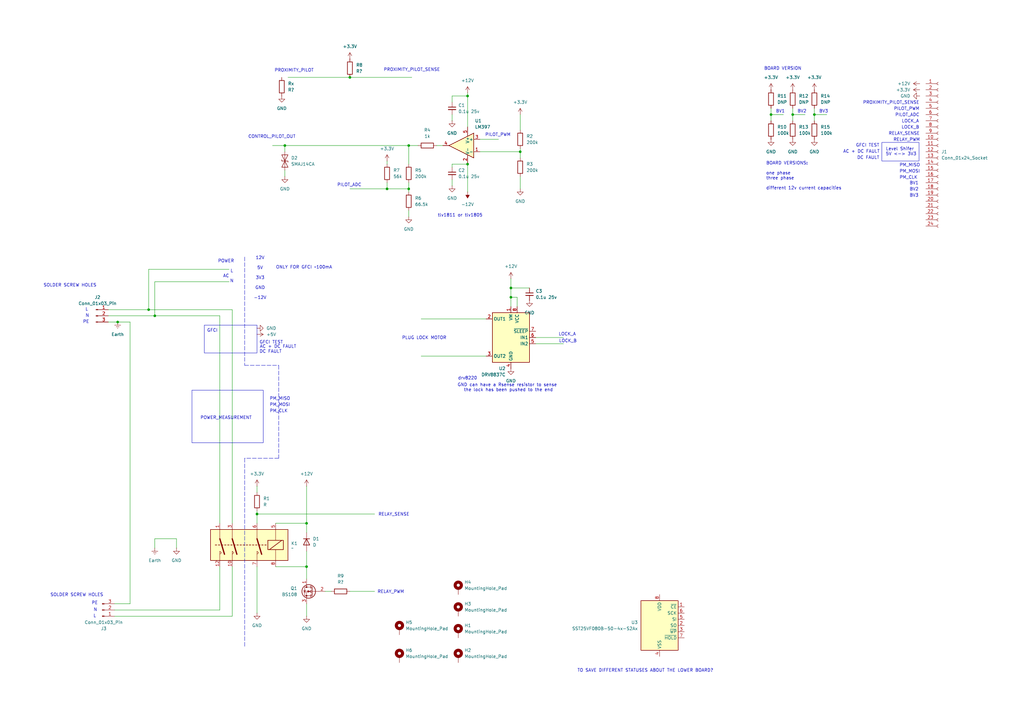
<source format=kicad_sch>
(kicad_sch (version 20231120) (generator "eeschema") (generator_version "8.0")
  (paper "A3")
  (title_block (title "EVSE") (date "2024-05-31") (rev "1") (company "BlueDot d.o.o."))
  (lib_symbols
    (symbol "Comparator:LM397" (pin_names (offset 0.127))
      (property "Reference" "U" (at 1.27 5.08 0))
      (property "Value" "LM397" (at 3.81 -5.08 0))
      (symbol "LM397_0_1"
        (polyline (pts (xy -5.08 5.08) (xy 5.08 0) (xy -5.08 -5.08) (xy -5.08 5.08)) (stroke (width 0.254)) (fill (type background)))
      )
      (symbol "LM397_1_1"
        (pin input line (at -7.62 -2.54 0) (length 2.54) (name "-") (number "1"))
        (pin power_in line (at -2.54 -7.62 90) (length 3.81) (name "V-") (number "2"))
        (pin input line (at -7.62 2.54 0) (length 2.54) (name "+") (number "3"))
        (pin open_collector line (at 7.62 0 180) (length 2.54) (name "~") (number "4"))
        (pin power_in line (at -2.54 7.62 270) (length 3.81) (name "V+") (number "5"))
      )
    )
    (symbol "Connector:Conn_01x03_Pin" (pin_names (offset 1.016) hide)
      (property "Reference" "J" (at 0 5.08 0))
      (property "Value" "Conn_01x03_Pin" (at 0 -5.08 0))
      (symbol "Conn_01x03_Pin_1_1"
        (polyline (pts (xy 1.27 -2.54) (xy 0.8636 -2.54)) (stroke (width 0.1524)))
        (polyline (pts (xy 1.27 0) (xy 0.8636 0)) (stroke (width 0.1524)))
        (polyline (pts (xy 1.27 2.54) (xy 0.8636 2.54)) (stroke (width 0.1524)))
        (rectangle (start 0.8636 -2.413) (end 0 -2.667) (stroke (width 0.1524)) (fill (type outline)))
        (rectangle (start 0.8636 0.127) (end 0 -0.127) (stroke (width 0.1524)) (fill (type outline)))
        (rectangle (start 0.8636 2.667) (end 0 2.413) (stroke (width 0.1524)) (fill (type outline)))
        (pin passive line (at 5.08 2.54 180) (length 3.81) (name "Pin_1") (number "1"))
        (pin passive line (at 5.08 0 180) (length 3.81) (name "Pin_2") (number "2"))
        (pin passive line (at 5.08 -2.54 180) (length 3.81) (name "Pin_3") (number "3"))
      )
    )
    (symbol "Connector:Conn_01x24_Socket" (pin_names (offset 1.016) hide)
      (property "Reference" "J" (at 0 30.48 0))
      (property "Value" "Conn_01x24_Socket" (at 0 -33.02 0))
      (symbol "Conn_01x24_Socket_1_1"
        (arc (start 0 -29.972) (mid -0.5058 -30.48) (end 0 -30.988) (stroke (width 0.1524)))
        (arc (start 0 -27.432) (mid -0.5058 -27.94) (end 0 -28.448) (stroke (width 0.1524)))
        (arc (start 0 -24.892) (mid -0.5058 -25.4) (end 0 -25.908) (stroke (width 0.1524)))
        (arc (start 0 -22.352) (mid -0.5058 -22.86) (end 0 -23.368) (stroke (width 0.1524)))
        (arc (start 0 -19.812) (mid -0.5058 -20.32) (end 0 -20.828) (stroke (width 0.1524)))
        (arc (start 0 -17.272) (mid -0.5058 -17.78) (end 0 -18.288) (stroke (width 0.1524)))
        (arc (start 0 -14.732) (mid -0.5058 -15.24) (end 0 -15.748) (stroke (width 0.1524)))
        (arc (start 0 -12.192) (mid -0.5058 -12.7) (end 0 -13.208) (stroke (width 0.1524)))
        (arc (start 0 -9.652) (mid -0.5058 -10.16) (end 0 -10.668) (stroke (width 0.1524)))
        (arc (start 0 -7.112) (mid -0.5058 -7.62) (end 0 -8.128) (stroke (width 0.1524)))
        (arc (start 0 -4.572) (mid -0.5058 -5.08) (end 0 -5.588) (stroke (width 0.1524)))
        (arc (start 0 -2.032) (mid -0.5058 -2.54) (end 0 -3.048) (stroke (width 0.1524)))
        (polyline (pts (xy -1.27 -30.48) (xy -0.508 -30.48)) (stroke (width 0.1524)))
        (polyline (pts (xy -1.27 -27.94) (xy -0.508 -27.94)) (stroke (width 0.1524)))
        (polyline (pts (xy -1.27 -25.4) (xy -0.508 -25.4)) (stroke (width 0.1524)))
        (polyline (pts (xy -1.27 -22.86) (xy -0.508 -22.86)) (stroke (width 0.1524)))
        (polyline (pts (xy -1.27 -20.32) (xy -0.508 -20.32)) (stroke (width 0.1524)))
        (polyline (pts (xy -1.27 -17.78) (xy -0.508 -17.78)) (stroke (width 0.1524)))
        (polyline (pts (xy -1.27 -15.24) (xy -0.508 -15.24)) (stroke (width 0.1524)))
        (polyline (pts (xy -1.27 -12.7) (xy -0.508 -12.7)) (stroke (width 0.1524)))
        (polyline (pts (xy -1.27 -10.16) (xy -0.508 -10.16)) (stroke (width 0.1524)))
        (polyline (pts (xy -1.27 -7.62) (xy -0.508 -7.62)) (stroke (width 0.1524)))
        (polyline (pts (xy -1.27 -5.08) (xy -0.508 -5.08)) (stroke (width 0.1524)))
        (polyline (pts (xy -1.27 -2.54) (xy -0.508 -2.54)) (stroke (width 0.1524)))
        (polyline (pts (xy -1.27 0) (xy -0.508 0)) (stroke (width 0.1524)))
        (polyline (pts (xy -1.27 2.54) (xy -0.508 2.54)) (stroke (width 0.1524)))
        (polyline (pts (xy -1.27 5.08) (xy -0.508 5.08)) (stroke (width 0.1524)))
        (polyline (pts (xy -1.27 7.62) (xy -0.508 7.62)) (stroke (width 0.1524)))
        (polyline (pts (xy -1.27 10.16) (xy -0.508 10.16)) (stroke (width 0.1524)))
        (polyline (pts (xy -1.27 12.7) (xy -0.508 12.7)) (stroke (width 0.1524)))
        (polyline (pts (xy -1.27 15.24) (xy -0.508 15.24)) (stroke (width 0.1524)))
        (polyline (pts (xy -1.27 17.78) (xy -0.508 17.78)) (stroke (width 0.1524)))
        (polyline (pts (xy -1.27 20.32) (xy -0.508 20.32)) (stroke (width 0.1524)))
        (polyline (pts (xy -1.27 22.86) (xy -0.508 22.86)) (stroke (width 0.1524)))
        (polyline (pts (xy -1.27 25.4) (xy -0.508 25.4)) (stroke (width 0.1524)))
        (polyline (pts (xy -1.27 27.94) (xy -0.508 27.94)) (stroke (width 0.1524)))
        (arc (start 0 0.508) (mid -0.5058 0) (end 0 -0.508) (stroke (width 0.1524)))
        (arc (start 0 3.048) (mid -0.5058 2.54) (end 0 2.032) (stroke (width 0.1524)))
        (arc (start 0 5.588) (mid -0.5058 5.08) (end 0 4.572) (stroke (width 0.1524)))
        (arc (start 0 8.128) (mid -0.5058 7.62) (end 0 7.112) (stroke (width 0.1524)))
        (arc (start 0 10.668) (mid -0.5058 10.16) (end 0 9.652) (stroke (width 0.1524)))
        (arc (start 0 13.208) (mid -0.5058 12.7) (end 0 12.192) (stroke (width 0.1524)))
        (arc (start 0 15.748) (mid -0.5058 15.24) (end 0 14.732) (stroke (width 0.1524)))
        (arc (start 0 18.288) (mid -0.5058 17.78) (end 0 17.272) (stroke (width 0.1524)))
        (arc (start 0 20.828) (mid -0.5058 20.32) (end 0 19.812) (stroke (width 0.1524)))
        (arc (start 0 23.368) (mid -0.5058 22.86) (end 0 22.352) (stroke (width 0.1524)))
        (arc (start 0 25.908) (mid -0.5058 25.4) (end 0 24.892) (stroke (width 0.1524)))
        (arc (start 0 28.448) (mid -0.5058 27.94) (end 0 27.432) (stroke (width 0.1524)))
        (pin passive line (at -5.08 27.94 0) (length 3.81) (name "Pin_1") (number "1"))
        (pin passive line (at -5.08 5.08 0) (length 3.81) (name "Pin_10") (number "10"))
        (pin passive line (at -5.08 2.54 0) (length 3.81) (name "Pin_11") (number "11"))
        (pin passive line (at -5.08 0 0) (length 3.81) (name "Pin_12") (number "12"))
        (pin passive line (at -5.08 -2.54 0) (length 3.81) (name "Pin_13") (number "13"))
        (pin passive line (at -5.08 -5.08 0) (length 3.81) (name "Pin_14") (number "14"))
        (pin passive line (at -5.08 -7.62 0) (length 3.81) (name "Pin_15") (number "15"))
        (pin passive line (at -5.08 -10.16 0) (length 3.81) (name "Pin_16") (number "16"))
        (pin passive line (at -5.08 -12.7 0) (length 3.81) (name "Pin_17") (number "17"))
        (pin passive line (at -5.08 -15.24 0) (length 3.81) (name "Pin_18") (number "18"))
        (pin passive line (at -5.08 -17.78 0) (length 3.81) (name "Pin_19") (number "19"))
        (pin passive line (at -5.08 25.4 0) (length 3.81) (name "Pin_2") (number "2"))
        (pin passive line (at -5.08 -20.32 0) (length 3.81) (name "Pin_20") (number "20"))
        (pin passive line (at -5.08 -22.86 0) (length 3.81) (name "Pin_21") (number "21"))
        (pin passive line (at -5.08 -25.4 0) (length 3.81) (name "Pin_22") (number "22"))
        (pin passive line (at -5.08 -27.94 0) (length 3.81) (name "Pin_23") (number "23"))
        (pin passive line (at -5.08 -30.48 0) (length 3.81) (name "Pin_24") (number "24"))
        (pin passive line (at -5.08 22.86 0) (length 3.81) (name "Pin_3") (number "3"))
        (pin passive line (at -5.08 20.32 0) (length 3.81) (name "Pin_4") (number "4"))
        (pin passive line (at -5.08 17.78 0) (length 3.81) (name "Pin_5") (number "5"))
        (pin passive line (at -5.08 15.24 0) (length 3.81) (name "Pin_6") (number "6"))
        (pin passive line (at -5.08 12.7 0) (length 3.81) (name "Pin_7") (number "7"))
        (pin passive line (at -5.08 10.16 0) (length 3.81) (name "Pin_8") (number "8"))
        (pin passive line (at -5.08 7.62 0) (length 3.81) (name "Pin_9") (number "9"))
      )
    )
    (symbol "Device:C_Small" (pin_numbers hide) (pin_names (offset 0.254) hide)
      (property "Reference" "C" (at 0.254 1.778 0))
      (property "Value" "C_Small" (at 0.254 -2.032 0))
      (symbol "C_Small_0_1"
        (polyline (pts (xy -1.524 -0.508) (xy 1.524 -0.508)) (stroke (width 0.3302)))
        (polyline (pts (xy -1.524 0.508) (xy 1.524 0.508)) (stroke (width 0.3048)))
      )
      (symbol "C_Small_1_1"
        (pin passive line (at 0 2.54 270) (length 2.032) (name "~") (number "1"))
        (pin passive line (at 0 -2.54 90) (length 2.032) (name "~") (number "2"))
      )
    )
    (symbol "Device:D" (pin_numbers hide) (pin_names (offset 1.016) hide)
      (property "Reference" "D" (at 0 2.54 0))
      (property "Value" "D" (at 0 -2.54 0))
      (symbol "D_0_1"
        (polyline (pts (xy -1.27 1.27) (xy -1.27 -1.27)) (stroke (width 0.254)))
        (polyline (pts (xy 1.27 0) (xy -1.27 0)))
        (polyline (pts (xy 1.27 1.27) (xy 1.27 -1.27) (xy -1.27 0) (xy 1.27 1.27)) (stroke (width 0.254)))
      )
      (symbol "D_1_1"
        (pin passive line (at -3.81 0 0) (length 2.54) (name "K") (number "1"))
        (pin passive line (at 3.81 0 180) (length 2.54) (name "A") (number "2"))
      )
    )
    (symbol "Device:R" (pin_numbers hide) (pin_names (offset 0))
      (property "Reference" "R" (at 2.032 0 90))
      (property "Value" "R" (at 0 0 90))
      (symbol "R_0_1"
        (rectangle (start -1.016 -2.54) (end 1.016 2.54) (stroke (width 0.254)))
      )
      (symbol "R_1_1"
        (pin passive line (at 0 3.81 270) (length 1.27) (name "~") (number "1"))
        (pin passive line (at 0 -3.81 90) (length 1.27) (name "~") (number "2"))
      )
    )
    (symbol "Diode:SMAJ14CA" (pin_numbers hide) (pin_names (offset 1.016) hide)
      (property "Reference" "D" (at 0 2.54 0))
      (property "Value" "SMAJ14CA" (at 0 -2.54 0))
      (symbol "SMAJ14CA_0_1"
        (polyline (pts (xy 1.27 0) (xy -1.27 0)))
        (polyline (pts (xy -2.54 -1.27) (xy 0 0) (xy -2.54 1.27) (xy -2.54 -1.27)) (stroke (width 0.2032)))
        (polyline (pts (xy 0.508 1.27) (xy 0 1.27) (xy 0 -1.27) (xy -0.508 -1.27)) (stroke (width 0.2032)))
        (polyline (pts (xy 2.54 1.27) (xy 2.54 -1.27) (xy 0 0) (xy 2.54 1.27)) (stroke (width 0.2032)))
      )
      (symbol "SMAJ14CA_1_1"
        (pin passive line (at -3.81 0 0) (length 2.54) (name "A1") (number "1"))
        (pin passive line (at 3.81 0 180) (length 2.54) (name "A2") (number "2"))
      )
    )
    (symbol "Driver_Motor:DRV8837C"
      (property "Reference" "U" (at 6.35 11.43 0))
      (property "Value" "DRV8837C" (at -10.16 11.43 0))
      (symbol "DRV8837C_0_1"
        (rectangle (start -7.62 10.16) (end 7.62 -10.16) (stroke (width 0.254)) (fill (type background)))
      )
      (symbol "DRV8837C_1_1"
        (pin power_in line (at 0 12.7 270) (length 2.54) (name "VM") (number "1"))
        (pin output line (at 10.16 7.62 180) (length 2.54) (name "OUT1") (number "2"))
        (pin output line (at 10.16 -7.62 180) (length 2.54) (name "OUT2") (number "3"))
        (pin power_in line (at 0 -12.7 90) (length 2.54) (name "GND") (number "4"))
        (pin input line (at -10.16 -2.54 0) (length 2.54) (name "IN2") (number "5"))
        (pin input line (at -10.16 0 0) (length 2.54) (name "IN1") (number "6"))
        (pin input line (at -10.16 2.54 0) (length 2.54) (name "~{SLEEP}") (number "7"))
        (pin power_in line (at -2.54 12.7 270) (length 2.54) (name "VCC") (number "8"))
        (pin passive line (at 0 -12.7 90) (length 2.54) hide (name "GND") (number "9"))
      )
    )
    (symbol "Mechanical:MountingHole_Pad" (pin_numbers hide) (pin_names (offset 1.016) hide) (exclude_from_sim yes) (in_bom no)
      (property "Reference" "H" (at 0 6.35 0))
      (property "Value" "MountingHole_Pad" (at 0 4.445 0))
      (symbol "MountingHole_Pad_0_1"
        (circle (center 0 1.27) (radius 1.27) (stroke (width 1.27)))
      )
      (symbol "MountingHole_Pad_1_1"
        (pin input line (at 0 -2.54 90) (length 2.54) (name "1") (number "1"))
      )
    )
    (symbol "Memory_Flash:SST25VF080B-50-4x-S2Ax"
      (property "Reference" "U" (at -6.35 11.43 0))
      (property "Value" "SST25VF080B-50-4x-S2Ax" (at 13.97 11.43 0))
      (symbol "SST25VF080B-50-4x-S2Ax_0_1"
        (rectangle (start -7.62 10.16) (end 7.62 -10.16) (stroke (width 0.254)) (fill (type background)))
      )
      (symbol "SST25VF080B-50-4x-S2Ax_1_1"
        (pin input line (at -10.16 7.62 0) (length 2.54) (name "~{CE}") (number "1"))
        (pin output line (at -10.16 0 0) (length 2.54) (name "SO") (number "2"))
        (pin input line (at -10.16 -2.54 0) (length 2.54) (name "~{WP}") (number "3"))
        (pin power_in line (at 0 -12.7 90) (length 2.54) (name "VSS") (number "4"))
        (pin input line (at -10.16 2.54 0) (length 2.54) (name "SI") (number "5"))
        (pin input line (at -10.16 5.08 0) (length 2.54) (name "SCK") (number "6"))
        (pin input line (at -10.16 -5.08 0) (length 2.54) (name "~{HOLD}") (number "7"))
        (pin power_in line (at 0 12.7 270) (length 2.54) (name "VDD") (number "8"))
      )
    )
    (symbol "Transistor_FET:BS108" (pin_names hide)
      (property "Reference" "Q" (at 5.08 1.905 0))
      (property "Value" "BS108" (at 5.08 0 0))
      (symbol "BS108_0_1"
        (polyline (pts (xy 0.254 0) (xy -2.54 0)))
        (polyline (pts (xy 0.254 1.905) (xy 0.254 -1.905)) (stroke (width 0.254)))
        (polyline (pts (xy 0.762 -1.27) (xy 0.762 -2.286)) (stroke (width 0.254)))
        (polyline (pts (xy 0.762 0.508) (xy 0.762 -0.508)) (stroke (width 0.254)))
        (polyline (pts (xy 0.762 2.286) (xy 0.762 1.27)) (stroke (width 0.254)))
        (polyline (pts (xy 2.54 2.54) (xy 2.54 1.778)))
        (polyline (pts (xy 2.54 -2.54) (xy 2.54 0) (xy 0.762 0)))
        (polyline (pts (xy 0.762 -1.778) (xy 3.302 -1.778) (xy 3.302 1.778) (xy 0.762 1.778)))
        (polyline (pts (xy 1.016 0) (xy 2.032 0.381) (xy 2.032 -0.381) (xy 1.016 0)) (fill (type outline)))
        (polyline (pts (xy 2.794 0.508) (xy 2.921 0.381) (xy 3.683 0.381) (xy 3.81 0.254)))
        (polyline (pts (xy 3.302 0.381) (xy 2.921 -0.254) (xy 3.683 -0.254) (xy 3.302 0.381)))
        (circle (center 1.651 0) (radius 2.794) (stroke (width 0.254)))
        (circle (center 2.54 -1.778) (radius 0.254) (fill (type outline)))
        (circle (center 2.54 1.778) (radius 0.254) (fill (type outline)))
      )
      (symbol "BS108_1_1"
        (pin passive line (at 2.54 5.08 270) (length 2.54) (name "D") (number "1"))
        (pin input line (at -5.08 0 0) (length 2.54) (name "G") (number "2"))
        (pin passive line (at 2.54 -5.08 90) (length 2.54) (name "S") (number "3"))
      )
    )
    (symbol "hw_lower_v1:Panasonic_HE-R_2"
      (property "Reference" "K" (at 31.75 -2.54 0))
      (symbol "Panasonic_HE-R_2_0_0"
        (polyline (pts (xy 12.7 12.7) (xy 12.7 8.89) (xy 12.065 9.525) (xy 12.7 10.16)))
        (polyline (pts (xy 22.86 12.7) (xy 22.86 8.89) (xy 22.225 9.525) (xy 22.86 10.16)))
        (polyline (pts (xy 27.94 12.7) (xy 27.94 8.89) (xy 27.305 9.525) (xy 27.94 10.16)))
      )
      (symbol "Panasonic_HE-R_2_0_1"
        (polyline (pts (xy 2.54 4.445) (xy 7.62 8.255)) (stroke (width 0.254)))
        (polyline (pts (xy 5.08 0) (xy 5.08 4.445)))
        (polyline (pts (xy 5.08 12.7) (xy 5.08 8.255)))
        (polyline (pts (xy 8.89 6.35) (xy 9.525 6.35)) (stroke (width 0.254)))
        (polyline (pts (xy 10.16 6.35) (xy 10.795 6.35)) (stroke (width 0.254)))
        (polyline (pts (xy 11.43 6.35) (xy 12.065 6.35)) (stroke (width 0.254)))
        (polyline (pts (xy 12.7 3.81) (xy 10.795 10.16)) (stroke (width 0.508)))
        (polyline (pts (xy 12.7 3.81) (xy 12.7 0)))
        (polyline (pts (xy 12.7 6.35) (xy 13.335 6.35)) (stroke (width 0.254)))
        (polyline (pts (xy 13.97 6.35) (xy 14.605 6.35)) (stroke (width 0.254)))
        (polyline (pts (xy 15.24 6.35) (xy 15.875 6.35)) (stroke (width 0.254)))
        (polyline (pts (xy 16.51 6.35) (xy 17.145 6.35)) (stroke (width 0.254)))
        (polyline (pts (xy 17.78 6.35) (xy 18.415 6.35)) (stroke (width 0.254)))
        (polyline (pts (xy 19.05 6.35) (xy 19.685 6.35)) (stroke (width 0.254)))
        (polyline (pts (xy 20.32 6.35) (xy 20.955 6.35)) (stroke (width 0.254)))
        (polyline (pts (xy 21.59 6.35) (xy 22.225 6.35)) (stroke (width 0.254)))
        (polyline (pts (xy 22.86 3.81) (xy 20.955 10.16)) (stroke (width 0.508)))
        (polyline (pts (xy 22.86 3.81) (xy 22.86 0)))
        (polyline (pts (xy 22.86 6.35) (xy 23.495 6.35)) (stroke (width 0.254)))
        (polyline (pts (xy 24.13 6.35) (xy 24.765 6.35)) (stroke (width 0.254)))
        (polyline (pts (xy 25.4 6.35) (xy 26.035 6.35)) (stroke (width 0.254)))
        (polyline (pts (xy 26.67 6.35) (xy 27.305 6.35)) (stroke (width 0.254)))
        (polyline (pts (xy 27.94 3.81) (xy 26.035 10.16)) (stroke (width 0.508)))
        (polyline (pts (xy 27.94 3.81) (xy 27.94 0)))
        (polyline (pts (xy 27.94 6.35) (xy 28.575 6.35)) (stroke (width 0.254)))
        (polyline (pts (xy 29.21 6.35) (xy 29.845 6.35)) (stroke (width 0.254)))
        (rectangle (start 0 12.7) (end 31.75 0) (stroke (width 0.254)) (fill (type background)))
        (rectangle (start 1.905 8.255) (end 8.255 4.445) (stroke (width 0.254)))
      )
      (symbol "Panasonic_HE-R_2_1_1"
        (pin passive line (at 27.94 -2.54 90) (length 2.54) (name "~") (number "1"))
        (pin passive line (at 22.86 15.24 270) (length 2.54) (name "~") (number "10"))
        (pin passive line (at 27.94 15.24 270) (length 2.54) (name "~") (number "12"))
        (pin passive line (at 22.86 -2.54 90) (length 2.54) (name "~") (number "3"))
        (pin passive line (at 5.08 -2.54 90) (length 2.54) (name "~") (number "5"))
        (pin passive line (at 12.7 -2.54 90) (length 2.54) (name "~") (number "6"))
        (pin passive line (at 12.7 15.24 270) (length 2.54) (name "~") (number "7"))
        (pin passive line (at 5.08 15.24 270) (length 2.54) (name "~") (number "8"))
      )
    )
    (symbol "power:+12V" (power) (pin_numbers hide) (pin_names (offset 0) hide)
      (property "Value" "+12V" (at 0 3.556 0))
      (symbol "+12V_0_1"
        (polyline (pts (xy -0.762 1.27) (xy 0 2.54)))
        (polyline (pts (xy 0 0) (xy 0 2.54)))
        (polyline (pts (xy 0 2.54) (xy 0.762 1.27)))
      )
      (symbol "+12V_1_1"
        (pin power_in line (at 0 0 90) (length 0) (name "~") (number "1"))
      )
    )
    (symbol "power:+3.3V" (power) (pin_numbers hide) (pin_names (offset 0) hide)
      (property "Value" "+3.3V" (at 0 3.556 0))
      (symbol "+3.3V_0_1"
        (polyline (pts (xy -0.762 1.27) (xy 0 2.54)))
        (polyline (pts (xy 0 0) (xy 0 2.54)))
        (polyline (pts (xy 0 2.54) (xy 0.762 1.27)))
      )
      (symbol "+3.3V_1_1"
        (pin power_in line (at 0 0 90) (length 0) (name "~") (number "1"))
      )
    )
    (symbol "power:-12V" (power) (pin_numbers hide) (pin_names (offset 0) hide)
      (property "Value" "-12V" (at 0 3.556 0))
      (symbol "-12V_0_0"
        (pin power_in line (at 0 0 90) (length 0) (name "~") (number "1"))
      )
      (symbol "-12V_0_1"
        (polyline (pts (xy 0 0) (xy 0 1.27) (xy 0.762 1.27) (xy 0 2.54) (xy -0.762 1.27) (xy 0 1.27)) (fill (type outline)))
      )
    )
    (symbol "power:Earth" (power) (pin_numbers hide) (pin_names (offset 0) hide)
      (property "Value" "Earth" (at 0 -3.81 0))
      (symbol "Earth_0_1"
        (polyline (pts (xy -0.635 -1.905) (xy 0.635 -1.905)))
        (polyline (pts (xy -0.127 -2.54) (xy 0.127 -2.54)))
        (polyline (pts (xy 0 -1.27) (xy 0 0)))
        (polyline (pts (xy 1.27 -1.27) (xy -1.27 -1.27)))
      )
      (symbol "Earth_1_1"
        (pin power_in line (at 0 0 270) (length 0) (name "~") (number "1"))
      )
    )
    (symbol "power:GND" (power) (pin_numbers hide) (pin_names (offset 0) hide)
      (property "Value" "GND" (at 0 -3.81 0))
      (symbol "GND_0_1"
        (polyline (pts (xy 0 0) (xy 0 -1.27) (xy 1.27 -1.27) (xy 0 -2.54) (xy -1.27 -1.27) (xy 0 -1.27)))
      )
      (symbol "GND_1_1"
        (pin power_in line (at 0 0 270) (length 0) (name "~") (number "1"))
      )
    )
  )
  (junction (at 143.51 31.75))
  (junction (at 209.55 118.11))
  (junction (at 209.55 121.92))
  (junction (at 158.75 77.47))
  (junction (at 334.01 46.99))
  (junction (at 167.64 77.47))
  (junction (at 213.36 62.23))
  (junction (at 125.73 214.63))
  (junction (at 48.26 132.08))
  (junction (at 125.73 232.41))
  (junction (at 116.84 59.69))
  (junction (at 325.12 46.99))
  (junction (at 105.41 210.82))
  (junction (at 191.77 67.31))
  (junction (at 63.5 129.54))
  (junction (at 60.96 127))
  (junction (at 167.64 59.69))
  (junction (at 316.23 46.99))
  (junction (at 191.77 39.37))
  (wire (pts (xy 44.45 132.08) (xy 48.26 132.08)))
  (wire (pts (xy 113.03 214.63) (xy 125.73 214.63)))
  (wire (pts (xy 116.84 59.69) (xy 167.64 59.69)))
  (wire (pts (xy 167.64 77.47) (xy 167.64 78.74)))
  (wire (pts (xy 95.25 127) (xy 95.25 214.63)))
  (wire (pts (xy 196.85 62.23) (xy 213.36 62.23)))
  (wire (pts (xy 95.25 232.41) (xy 95.25 252.73)))
  (wire (pts (xy 217.17 118.11) (xy 209.55 118.11)))
  (wire (pts (xy 171.45 59.69) (xy 167.64 59.69)))
  (wire (pts (xy 116.84 59.69) (xy 116.84 62.23)))
  (wire (pts (xy 44.45 129.54) (xy 63.5 129.54)))
  (wire (pts (xy 167.64 74.93) (xy 167.64 77.47)))
  (wire (pts (xy 316.23 46.99) (xy 321.31 46.99)))
  (wire (pts (xy 219.71 138.43) (xy 231.14 138.43)))
  (wire (pts (xy 125.73 199.39) (xy 125.73 214.63)))
  (wire (pts (xy 48.26 132.08) (xy 53.34 132.08)))
  (wire (pts (xy 213.36 46.99) (xy 213.36 53.34)))
  (wire (pts (xy 185.42 76.2) (xy 185.42 73.66)))
  (wire (pts (xy 125.73 226.06) (xy 125.73 232.41)))
  (wire (pts (xy 105.41 210.82) (xy 153.67 210.82)))
  (wire (pts (xy 185.42 67.31) (xy 185.42 68.58)))
  (wire (pts (xy 60.96 127) (xy 60.96 110.49)))
  (wire (pts (xy 325.12 46.99) (xy 330.2 46.99)))
  (wire (pts (xy 105.41 232.41) (xy 105.41 251.46)))
  (wire (pts (xy 209.55 114.3) (xy 209.55 118.11)))
  (wire (pts (xy 111.76 59.69) (xy 116.84 59.69)))
  (wire (pts (xy 334.01 44.45) (xy 334.01 46.99)))
  (wire (pts (xy 185.42 49.53) (xy 185.42 46.99)))
  (wire (pts (xy 325.12 46.99) (xy 325.12 49.53)))
  (wire (pts (xy 53.34 247.65) (xy 46.99 247.65)))
  (wire (pts (xy 90.17 250.19) (xy 46.99 250.19)))
  (wire (pts (xy 90.17 129.54) (xy 90.17 214.63)))
  (wire (pts (xy 125.73 232.41) (xy 125.73 237.49)))
  (wire (pts (xy 133.35 242.57) (xy 135.89 242.57)))
  (wire (pts (xy 334.01 46.99) (xy 334.01 49.53)))
  (wire (pts (xy 118.11 31.75) (xy 143.51 31.75)))
  (wire (pts (xy 158.75 74.93) (xy 158.75 77.47)))
  (wire (pts (xy 185.42 67.31) (xy 191.77 67.31)))
  (polyline (pts (xy 114.3 149.86) (xy 114.3 187.96)) (stroke (width 0) (type dash)))
  (wire (pts (xy 105.41 199.39) (xy 105.41 201.93)))
  (wire (pts (xy 167.64 86.36) (xy 167.64 88.9)))
  (wire (pts (xy 125.73 252.73) (xy 125.73 247.65)))
  (wire (pts (xy 63.5 115.57) (xy 93.98 115.57)))
  (wire (pts (xy 143.51 242.57) (xy 153.67 242.57)))
  (polyline (pts (xy 100.33 149.86) (xy 114.3 149.86)) (stroke (width 0) (type dash)))
  (polyline (pts (xy 114.3 187.96) (xy 100.33 187.96)) (stroke (width 0) (type dash)))
  (wire (pts (xy 167.64 59.69) (xy 167.64 67.31)))
  (wire (pts (xy 185.42 41.91) (xy 185.42 39.37)))
  (wire (pts (xy 191.77 38.1) (xy 191.77 39.37)))
  (wire (pts (xy 158.75 77.47) (xy 167.64 77.47)))
  (wire (pts (xy 172.72 146.05) (xy 199.39 146.05)))
  (wire (pts (xy 143.51 31.75) (xy 168.91 31.75)))
  (wire (pts (xy 209.55 118.11) (xy 209.55 121.92)))
  (wire (pts (xy 44.45 127) (xy 60.96 127)))
  (wire (pts (xy 172.72 130.81) (xy 199.39 130.81)))
  (wire (pts (xy 113.03 232.41) (xy 125.73 232.41)))
  (wire (pts (xy 196.85 57.15) (xy 204.47 57.15)))
  (wire (pts (xy 95.25 252.73) (xy 46.99 252.73)))
  (polyline (pts (xy 100.33 105.41) (xy 100.33 149.86)) (stroke (width 0) (type dash)))
  (wire (pts (xy 105.41 210.82) (xy 105.41 214.63)))
  (wire (pts (xy 213.36 77.47) (xy 213.36 72.39)))
  (wire (pts (xy 213.36 62.23) (xy 213.36 64.77)))
  (wire (pts (xy 125.73 214.63) (xy 125.73 218.44)))
  (wire (pts (xy 191.77 78.74) (xy 191.77 67.31)))
  (wire (pts (xy 72.39 220.98) (xy 72.39 224.79)))
  (wire (pts (xy 212.09 125.73) (xy 212.09 121.92)))
  (wire (pts (xy 158.75 66.04) (xy 158.75 67.31)))
  (wire (pts (xy 191.77 39.37) (xy 191.77 52.07)))
  (wire (pts (xy 213.36 60.96) (xy 213.36 62.23)))
  (wire (pts (xy 316.23 44.45) (xy 316.23 46.99)))
  (wire (pts (xy 212.09 121.92) (xy 209.55 121.92)))
  (wire (pts (xy 219.71 140.97) (xy 231.14 140.97)))
  (wire (pts (xy 63.5 129.54) (xy 90.17 129.54)))
  (wire (pts (xy 90.17 232.41) (xy 90.17 250.19)))
  (wire (pts (xy 105.41 209.55) (xy 105.41 210.82)))
  (wire (pts (xy 185.42 39.37) (xy 191.77 39.37)))
  (wire (pts (xy 334.01 46.99) (xy 339.09 46.99)))
  (wire (pts (xy 53.34 132.08) (xy 53.34 247.65)))
  (wire (pts (xy 209.55 121.92) (xy 209.55 125.73)))
  (wire (pts (xy 143.51 77.47) (xy 158.75 77.47)))
  (wire (pts (xy 63.5 220.98) (xy 72.39 220.98)))
  (wire (pts (xy 325.12 44.45) (xy 325.12 46.99)))
  (wire (pts (xy 63.5 224.79) (xy 63.5 220.98)))
  (wire (pts (xy 316.23 46.99) (xy 316.23 49.53)))
  (wire (pts (xy 63.5 129.54) (xy 63.5 115.57)))
  (wire (pts (xy 60.96 110.49) (xy 93.98 110.49)))
  (wire (pts (xy 60.96 127) (xy 95.25 127)))
  (wire (pts (xy 179.07 59.69) (xy 181.61 59.69)))
  (polyline (pts (xy 100.33 187.96) (xy 100.33 265.43)) (stroke (width 0) (type dash)))
  (wire (pts (xy 116.84 72.39) (xy 116.84 69.85)))
  (rectangle (start 361.696 58.42) (end 376.936 66.04))
  (rectangle (start 83.82 133.35) (end 105.41 144.78))
  (rectangle (start 78.74 160.02) (end 107.95 181.61))
  (text "BV2" (at 374.904 77.724 0) (effects (font (size 1.27 1.27))))
  (text "TO SAVE DIFFERENT STATUSES ABOUT THE LOWER BOARD?" (at 264.668 275.082 0) (effects (font (size 1.27 1.27))))
  (text "PE" (at 35.306 132.08 0) (effects (font (size 1.27 1.27))))
  (text "CONTROL_PILOT_OUT" (at 111.506 56.134 0) (effects (font (size 1.27 1.27))))
  (text "LOCK_B" (at 373.38 52.324 0) (effects (font (size 1.27 1.27))))
  (text "GFCI TEST" (at 355.854 59.69 0) (effects (font (size 1.27 1.27))))
  (text "POWER_MEASUREMENT" (at 92.71 171.45 0) (effects (font (size 1.27 1.27))))
  (text "PROXIMITY_PILOT" (at 120.65 28.956 0) (effects (font (size 1.27 1.27))))
  (text "BV3" (at 374.904 80.264 0) (effects (font (size 1.27 1.27))))
  (text "GFCI TEST" (at 111.252 140.462 0) (effects (font (size 1.27 1.27))))
  (text "PM_CLK" (at 372.618 72.898 0) (effects (font (size 1.27 1.27))))
  (text "AC + DC FAULT" (at 114.046 142.24 0) (effects (font (size 1.27 1.27))))
  (text "PILOT_PWM" (at 371.856 44.704 0) (effects (font (size 1.27 1.27))))
  (text "PILOT_PWM" (at 204.216 55.372 0) (effects (font (size 1.27 1.27))))
  (text "PILOT_ADC" (at 372.11 47.244 0) (effects (font (size 1.27 1.27))))
  (text "BV1" (at 374.904 75.184 0) (effects (font (size 1.27 1.27))))
  (text "RELAY_PWM" (at 371.856 57.404 0) (effects (font (size 1.27 1.27))))
  (text "PM_MISO" (at 114.808 163.576 0) (effects (font (size 1.27 1.27))))
  (text "N" (at 35.814 129.54 0) (effects (font (size 1.27 1.27))))
  (text "12V\n\n5V\n\n3V3\n\nGND\n\n-12V" (at 106.68 114.046 0) (effects (font (size 1.27 1.27))))
  (text "RELAY_SENSE" (at 370.84 54.864 0) (effects (font (size 1.27 1.27))))
  (text "PM_MOSI" (at 373.126 70.358 0) (effects (font (size 1.27 1.27))))
  (text "BV3" (at 337.82 45.72 0) (effects (font (size 1.27 1.27))))
  (text "BV2" (at 328.93 45.72 0) (effects (font (size 1.27 1.27))))
  (text "LOCK_A" (at 373.38 49.784 0) (effects (font (size 1.27 1.27))))
  (text "PROXIMITY_PILOT_SENSE" (at 168.91 28.702 0) (effects (font (size 1.27 1.27))))
  (text "L" (at 35.56 127 0) (effects (font (size 1.27 1.27))))
  (text "GFCI" (at 87.122 135.636 0) (effects (font (size 1.27 1.27))))
  (text "drv8220" (at 191.77 155.194 0) (effects (font (size 1.27 1.27))))
  (text "DC FAULT" (at 110.998 144.272 0) (effects (font (size 1.27 1.27))))
  (text "BV1" (at 320.04 45.72 0) (effects (font (size 1.27 1.27))))
  (text "GND can have a Rsense resistor to sense \nthe lock has been pushed to the end" (at 208.534 159.004 0) (effects (font (size 1.27 1.27))))
  (text "LOCK_A" (at 232.664 137.16 0) (effects (font (size 1.27 1.27))))
  (text "PM_CLK" (at 114.3 168.656 0) (effects (font (size 1.27 1.27))))
  (text "BOARD VERSIONS:\n\none phase\nthree phase\n\ndifferent 12v current capacities\n" (at 314.198 72.136 0) (effects (font (size 1.27 1.27)) (justify left)))
  (text "N" (at 39.116 250.19 0) (effects (font (size 1.27 1.27))))
  (text "POWER\n\n	L\nAC\n	N" (at 92.71 111.252 0) (effects (font (size 1.27 1.27))))
  (text "SOLDER SCREW HOLES" (at 31.496 244.094 0) (effects (font (size 1.27 1.27))))
  (text "PE" (at 38.862 247.396 0) (effects (font (size 1.27 1.27))))
  (text "LOCK_B" (at 232.918 139.954 0) (effects (font (size 1.27 1.27))))
  (text "RELAY_PWM" (at 160.274 242.824 0) (effects (font (size 1.27 1.27))))
  (text "SOLDER SCREW HOLES" (at 28.702 117.094 0) (effects (font (size 1.27 1.27))))
  (text "Level Shifer \n5V <-> 3V3" (at 369.57 62.23 0) (effects (font (size 1.27 1.27))))
  (text "ONLY FOR GFCI ~100mA" (at 124.714 109.728 0) (effects (font (size 1.27 1.27))))
  (text "AC + DC FAULT" (at 353.314 62.23 0) (effects (font (size 1.27 1.27))))
  (text "PLUG LOCK MOTOR\n" (at 173.99 138.684 0) (effects (font (size 1.27 1.27))))
  (text "tlv1811 or tlv1805\n" (at 188.722 88.392 0) (effects (font (size 1.27 1.27))))
  (text "PM_MISO" (at 373.126 67.818 0) (effects (font (size 1.27 1.27))))
  (text "BOARD VERSION" (at 321.056 28.194 0) (effects (font (size 1.27 1.27))))
  (text "L" (at 38.862 252.73 0) (effects (font (size 1.27 1.27))))
  (text "DC FAULT" (at 356.108 64.77 0) (effects (font (size 1.27 1.27))))
  (text "PILOT_ADC" (at 143.256 75.946 0) (effects (font (size 1.27 1.27))))
  (text "RELAY_SENSE" (at 161.544 211.074 0) (effects (font (size 1.27 1.27))))
  (text "PM_MOSI" (at 114.808 166.116 0) (effects (font (size 1.27 1.27))))
  (text "PROXIMITY_PILOT_SENSE" (at 365.506 42.164 0) (effects (font (size 1.27 1.27))))
  (symbol (lib_id "Mechanical:MountingHole_Pad") (at 187.96 241.3 0) (unit 1) (exclude_from_sim yes) (in_bom no)
    (property "Reference" "H4" (at 190.5 238.7599 0) (effects (justify left)))
    (property "Value" "MountingHole_Pad" (at 190.5 241.2999 0) (effects (justify left)))
    (property "Description" "Mounting Hole with connection" (effects (hide yes)))
  )
  (symbol (lib_id "power:GND") (at 116.84 72.39 0) (unit 1)
    (property "Reference" "#PWR013" (effects (hide yes)))
    (property "Value" "GND" (at 116.84 77.47 0))
    (property "Description" "Power symbol creates a global label with name \"GND\" , ground" (effects (hide yes)))
  )
  (symbol (lib_id "power:GND") (at 334.01 57.15 0) (unit 1)
    (property "Reference" "#PWR032" (effects (hide yes)))
    (property "Value" "GND" (at 334.01 62.23 0))
    (property "Description" "Power symbol creates a global label with name \"GND\" , ground" (effects (hide yes)))
  )
  (symbol (lib_id "power:+3.3V") (at 334.01 36.83 0) (unit 1)
    (property "Reference" "#PWR031" (effects (hide yes)))
    (property "Value" "+3.3V" (at 334.01 31.75 0))
    (property "Description" "Power symbol creates a global label with name \"+3.3V\"" (effects (hide yes)))
  )
  (symbol (lib_id "power:+3.3V") (at 213.36 46.99 0) (unit 1)
    (property "Reference" "#PWR010" (effects (hide yes)))
    (property "Value" "+3.3V" (at 213.36 41.91 0))
    (property "Description" "Power symbol creates a global label with name \"+3.3V\"" (effects (hide yes)))
  )
  (symbol (lib_id "power:GND") (at 213.36 77.47 0) (unit 1)
    (property "Reference" "#PWR07" (effects (hide yes)))
    (property "Value" "GND" (at 213.36 82.55 0))
    (property "Description" "Power symbol creates a global label with name \"GND\" , ground" (effects (hide yes)))
  )
  (symbol (lib_id "power:Earth") (at 48.26 132.08 0) (unit 1)
    (property "Reference" "#PWR022" (effects (hide yes)))
    (property "Value" "Earth" (at 48.26 137.16 0))
    (property "Description" "Power symbol creates a global label with name \"Earth\"" (effects (hide yes)))
  )
  (symbol (lib_id "Device:R") (at 167.64 82.55 180) (unit 1)
    (property "Reference" "R6" (at 170.18 81.2799 0) (effects (justify right)))
    (property "Value" "66.5k" (at 170.18 83.8199 0) (effects (justify right)))
    (property "Description" "Resistor" (effects (hide yes)))
  )
  (symbol (lib_id "Device:R") (at 316.23 53.34 180) (unit 1)
    (property "Reference" "R10" (at 318.77 52.0699 0) (effects (justify right)))
    (property "Value" "100k" (at 318.77 54.6099 0) (effects (justify right)))
    (property "Description" "Resistor" (effects (hide yes)))
  )
  (symbol (lib_id "power:+3.3V") (at 377.19 36.83 90) (unit 1)
    (property "Reference" "#PWR020" (effects (hide yes)))
    (property "Value" "+3.3V" (at 373.38 36.8299 90) (effects (justify left)))
    (property "Description" "Power symbol creates a global label with name \"+3.3V\"" (effects (hide yes)))
  )
  (symbol (lib_id "power:+3.3V") (at 158.75 66.04 0) (unit 1)
    (property "Reference" "#PWR011" (effects (hide yes)))
    (property "Value" "+3.3V" (at 158.75 60.96 0))
    (property "Description" "Power symbol creates a global label with name \"+3.3V\"" (effects (hide yes)))
  )
  (symbol (lib_id "Device:D") (at 125.73 222.25 270) (unit 1)
    (property "Reference" "D1" (at 128.27 220.9799 90) (effects (justify left)))
    (property "Value" "D" (at 128.27 223.5199 90) (effects (justify left)))
    (property "Description" "Diode" (effects (hide yes)))
    (property "Sim.Device" "D" (effects (hide yes)))
    (property "Sim.Pins" "1=K 2=A" (effects (hide yes)))
  )
  (symbol (lib_id "power:GND") (at 316.23 57.15 0) (unit 1)
    (property "Reference" "#PWR028" (effects (hide yes)))
    (property "Value" "GND" (at 316.23 62.23 0))
    (property "Description" "Power symbol creates a global label with name \"GND\" , ground" (effects (hide yes)))
  )
  (symbol (lib_id "Comparator:LM397") (at 189.23 59.69 0) (mirror y) (unit 1)
    (property "Reference" "U1" (at 194.7865 49.53 0) (effects (justify right)))
    (property "Value" "LM397" (at 194.7865 52.07 0) (effects (justify right)))
    (property "Footprint" "Package_TO_SOT_SMD:SOT-23-5" (effects (hide yes)))
    (property "Datasheet" "http://www.ti.com/lit/ds/symlink/lm397.pdf" (effects (hide yes)))
    (property "Description" "Single General-Purpose Voltage Comparator with Open-Collector Output, SOT-23-5" (effects (hide yes)))
  )
  (symbol (lib_id "power:+3.3V") (at 143.51 24.13 0) (unit 1)
    (property "Reference" "#PWR017" (effects (hide yes)))
    (property "Value" "+3.3V" (at 143.51 19.05 0))
    (property "Description" "Power symbol creates a global label with name \"+3.3V\"" (effects (hide yes)))
  )
  (symbol (lib_id "Connector:Conn_01x03_Pin") (at 39.37 129.54 0) (unit 1)
    (property "Reference" "J2" (at 40.005 121.92 0))
    (property "Value" "Conn_01x03_Pin" (at 40.005 124.46 0))
    (property "Description" "Generic connector, single row, 01x03, script generated" (effects (hide yes)))
  )
  (symbol (lib_id "power:GND") (at 115.57 39.37 0) (unit 1)
    (property "Reference" "#PWR018" (effects (hide yes)))
    (property "Value" "GND" (at 115.57 44.45 0))
    (property "Description" "Power symbol creates a global label with name \"GND\" , ground" (effects (hide yes)))
  )
  (symbol (lib_id "power:+12V") (at 125.73 199.39 0) (unit 1)
    (property "Reference" "#PWR01" (effects (hide yes)))
    (property "Value" "+12V" (at 125.73 194.31 0))
    (property "Description" "Power symbol creates a global label with name \"+12V\"" (effects (hide yes)))
  )
  (symbol (lib_id "power:GND") (at 325.12 57.15 0) (unit 1)
    (property "Reference" "#PWR030" (effects (hide yes)))
    (property "Value" "GND" (at 325.12 62.23 0))
    (property "Description" "Power symbol creates a global label with name \"GND\" , ground" (effects (hide yes)))
  )
  (symbol (lib_id "power:GND") (at 217.17 123.19 0) (unit 1)
    (property "Reference" "#PWR016" (effects (hide yes)))
    (property "Value" "GND" (at 217.17 128.27 0))
    (property "Description" "Power symbol creates a global label with name \"GND\" , ground" (effects (hide yes)))
  )
  (symbol (lib_id "power:+3.3V") (at 325.12 36.83 0) (unit 1)
    (property "Reference" "#PWR029" (effects (hide yes)))
    (property "Value" "+3.3V" (at 325.12 31.75 0))
    (property "Description" "Power symbol creates a global label with name \"+3.3V\"" (effects (hide yes)))
  )
  (symbol (lib_id "Device:R") (at 334.01 40.64 180) (unit 1)
    (property "Reference" "R14" (at 336.55 39.3699 0) (effects (justify right)))
    (property "Value" "DNP" (at 336.55 41.9099 0) (effects (justify right)))
    (property "Description" "Resistor" (effects (hide yes)))
  )
  (symbol (lib_id "Device:R") (at 334.01 53.34 180) (unit 1)
    (property "Reference" "R15" (at 336.55 52.0699 0) (effects (justify right)))
    (property "Value" "100k" (at 336.55 54.6099 0) (effects (justify right)))
    (property "Description" "Resistor" (effects (hide yes)))
  )
  (symbol (lib_id "Device:R") (at 105.41 205.74 0) (unit 1)
    (property "Reference" "R1" (at 107.95 204.4699 0) (effects (justify left)))
    (property "Value" "R" (at 107.95 207.0099 0) (effects (justify left)))
    (property "Description" "Resistor" (effects (hide yes)))
  )
  (symbol (lib_id "power:GND") (at 105.41 251.46 0) (unit 1)
    (property "Reference" "#PWR04" (effects (hide yes)))
    (property "Value" "GND" (at 105.41 256.54 0))
    (property "Description" "Power symbol creates a global label with name \"GND\" , ground" (effects (hide yes)))
  )
  (symbol (lib_id "Mechanical:MountingHole_Pad") (at 163.83 269.24 0) (unit 1) (exclude_from_sim yes) (in_bom no)
    (property "Reference" "H6" (at 166.37 266.6999 0) (effects (justify left)))
    (property "Value" "MountingHole_Pad" (at 166.37 269.2399 0) (effects (justify left)))
    (property "Description" "Mounting Hole with connection" (effects (hide yes)))
  )
  (symbol (lib_id "Device:R") (at 139.7 242.57 270) (unit 1)
    (property "Reference" "R9" (at 139.7 236.22 90))
    (property "Value" "R?" (at 139.7 238.76 90))
    (property "Description" "Resistor" (effects (hide yes)))
  )
  (symbol (lib_id "Driver_Motor:DRV8837C") (at 209.55 138.43 0) (mirror y) (unit 1)
    (property "Reference" "U2" (at 207.3559 151.13 0) (effects (justify left)))
    (property "Value" "DRV8837C" (at 207.3559 153.67 0) (effects (justify left)))
    (property "Footprint" "Package_SON:WSON-8-1EP_2x2mm_P0.5mm_EP0.9x1.6mm" (effects (hide yes)))
    (property "Datasheet" "http://www.ti.com/lit/ds/symlink/drv8837c.pdf" (effects (hide yes)))
    (property "Description" "H-Bridge driver, 1A, Low Voltage, PWM input, WSON-8" (effects (hide yes)))
  )
  (symbol (lib_id "Device:C_Small") (at 185.42 71.12 0) (unit 1)
    (property "Reference" "C2" (at 187.96 69.8562 0) (effects (justify left)))
    (property "Value" "0.1u 25v" (at 187.96 72.3962 0) (effects (justify left)))
    (property "Description" "Unpolarized capacitor, small symbol" (effects (hide yes)))
  )
  (symbol (lib_id "power:GND") (at 72.39 224.79 0) (unit 1)
    (property "Reference" "#PWR024" (effects (hide yes)))
    (property "Value" "GND" (at 72.39 229.87 0))
    (property "Description" "Power symbol creates a global label with name \"GND\" , ground" (effects (hide yes)))
  )
  (symbol (lib_id "power:+12V") (at 105.41 137.16 270) (unit 1)
    (property "Reference" "#PWR026" (effects (hide yes)))
    (property "Value" "+5V" (at 109.22 137.1599 90) (effects (justify left)))
    (property "Description" "Power symbol creates a global label with name \"+12V\"" (effects (hide yes)))
  )
  (symbol (lib_id "power:GND") (at 209.55 151.13 0) (unit 1)
    (property "Reference" "#PWR014" (effects (hide yes)))
    (property "Value" "GND" (at 209.55 156.21 0))
    (property "Description" "Power symbol creates a global label with name \"GND\" , ground" (effects (hide yes)))
  )
  (symbol (lib_id "power:+3.3V") (at 316.23 36.83 0) (unit 1)
    (property "Reference" "#PWR027" (effects (hide yes)))
    (property "Value" "+3.3V" (at 316.23 31.75 0))
    (property "Description" "Power symbol creates a global label with name \"+3.3V\"" (effects (hide yes)))
  )
  (symbol (lib_id "Memory_Flash:SST25VF080B-50-4x-S2Ax") (at 270.51 256.54 0) (mirror y) (unit 1)
    (property "Reference" "U3" (at 261.62 255.2699 0) (effects (justify left)))
    (property "Value" "SST25VF080B-50-4x-S2Ax" (at 261.62 257.8099 0) (effects (justify left)))
    (property "Footprint" "Package_SO:SOIC-8_5.275x5.275mm_P1.27mm" (effects (hide yes)))
    (property "Datasheet" "http://ww1.microchip.com/downloads/en/DeviceDoc/20005045C.pdf" (effects (hide yes)))
    (property "Description" "8-Mbit, 2.7 to 3.6V, SPI Flash Memory, SOIC-8" (effects (hide yes)))
  )
  (symbol (lib_id "power:GND") (at 167.64 88.9 0) (unit 1)
    (property "Reference" "#PWR012" (effects (hide yes)))
    (property "Value" "GND" (at 167.64 93.98 0))
    (property "Description" "Power symbol creates a global label with name \"GND\" , ground" (effects (hide yes)))
  )
  (symbol (lib_id "power:-12V") (at 191.77 78.74 180) (unit 1)
    (property "Reference" "#PWR06" (effects (hide yes)))
    (property "Value" "-12V" (at 191.77 83.82 0))
    (property "Description" "Power symbol creates a global label with name \"-12V\"" (effects (hide yes)))
  )
  (symbol (lib_id "Device:C_Small") (at 185.42 44.45 0) (unit 1)
    (property "Reference" "C1" (at 187.96 43.1862 0) (effects (justify left)))
    (property "Value" "0.1u 25v" (at 187.96 45.7262 0) (effects (justify left)))
    (property "Description" "Unpolarized capacitor, small symbol" (effects (hide yes)))
  )
  (symbol (lib_id "Device:R") (at 158.75 71.12 180) (unit 1)
    (property "Reference" "R7" (at 161.29 69.8499 0) (effects (justify right)))
    (property "Value" "56k" (at 161.29 72.3899 0) (effects (justify right)))
    (property "Description" "Resistor" (effects (hide yes)))
  )
  (symbol (lib_id "power:+12V") (at 377.19 34.29 90) (unit 1)
    (property "Reference" "#PWR019" (effects (hide yes)))
    (property "Value" "+12V" (at 373.38 34.2899 90) (effects (justify left)))
    (property "Description" "Power symbol creates a global label with name \"+12V\"" (effects (hide yes)))
  )
  (symbol (lib_id "Device:R") (at 316.23 40.64 180) (unit 1)
    (property "Reference" "R11" (at 318.77 39.3699 0) (effects (justify right)))
    (property "Value" "DNP" (at 318.77 41.9099 0) (effects (justify right)))
    (property "Description" "Resistor" (effects (hide yes)))
  )
  (symbol (lib_id "Device:R") (at 213.36 68.58 0) (unit 1)
    (property "Reference" "R3" (at 215.9 67.3099 0) (effects (justify left)))
    (property "Value" "200k" (at 215.9 69.8499 0) (effects (justify left)))
    (property "Description" "Resistor" (effects (hide yes)))
  )
  (symbol (lib_id "Device:R") (at 213.36 57.15 0) (unit 1)
    (property "Reference" "R2" (at 215.9 55.8799 0) (effects (justify left)))
    (property "Value" "200k" (at 215.9 58.4199 0) (effects (justify left)))
    (property "Description" "Resistor" (effects (hide yes)))
  )
  (symbol (lib_id "Transistor_FET:BS108") (at 128.27 242.57 0) (mirror y) (unit 1)
    (property "Reference" "Q1" (at 121.92 241.2999 0) (effects (justify left)))
    (property "Value" "BS108" (at 121.92 243.8399 0) (effects (justify left)))
    (property "Footprint" "Package_TO_SOT_THT:TO-92_Inline" (effects (hide yes)))
    (property "Datasheet" "http://www.redrok.com/MOSFET_BS108_200V_250mA_8O_Vth1.5_TO-92.PDF" (effects (hide yes)))
    (property "Description" "0.25A Id, 200V Vds, N-Channel MOSFET, TO-92" (effects (hide yes)))
  )
  (symbol (lib_id "Diode:SMAJ14CA") (at 116.84 66.04 90) (unit 1)
    (property "Reference" "D2" (at 119.38 64.7699 90) (effects (justify right)))
    (property "Value" "SMAJ14CA" (at 119.38 67.3099 90) (effects (justify right)))
    (property "Footprint" "Diode_SMD:D_SMA" (effects (hide yes)))
    (property "Datasheet" "https://www.littelfuse.com/media?resourcetype=datasheets&itemid=75e32973-b177-4ee3-a0ff-cedaf1abdb93&filename=smaj-datasheet" (effects (hide yes)))
    (property "Description" "400W bidirectional Transient Voltage Suppressor, 14.0Vr, SMA(DO-214AC)" (effects (hide yes)))
  )
  (symbol (lib_id "Mechanical:MountingHole_Pad") (at 187.96 250.19 0) (unit 1) (exclude_from_sim yes) (in_bom no)
    (property "Reference" "H3" (at 190.5 247.6499 0) (effects (justify left)))
    (property "Value" "MountingHole_Pad" (at 190.5 250.1899 0) (effects (justify left)))
    (property "Description" "Mounting Hole with connection" (effects (hide yes)))
  )
  (symbol (lib_id "Mechanical:MountingHole_Pad") (at 187.96 269.24 0) (unit 1) (exclude_from_sim yes) (in_bom no)
    (property "Reference" "H2" (at 190.5 266.6999 0) (effects (justify left)))
    (property "Value" "MountingHole_Pad" (at 190.5 269.2399 0) (effects (justify left)))
    (property "Description" "Mounting Hole with connection" (effects (hide yes)))
  )
  (symbol (lib_id "Device:R") (at 167.64 71.12 180) (unit 1)
    (property "Reference" "R5" (at 170.18 69.8499 0) (effects (justify right)))
    (property "Value" "200k" (at 170.18 72.3899 0) (effects (justify right)))
    (property "Description" "Resistor" (effects (hide yes)))
  )
  (symbol (lib_id "Connector:Conn_01x03_Pin") (at 41.91 250.19 0) (mirror x) (unit 1)
    (property "Reference" "J3" (at 42.545 257.81 0))
    (property "Value" "Conn_01x03_Pin" (at 42.545 255.27 0))
    (property "Description" "Generic connector, single row, 01x03, script generated" (effects (hide yes)))
  )
  (symbol (lib_id "Device:C_Small") (at 217.17 120.65 0) (unit 1)
    (property "Reference" "C3" (at 219.71 119.3862 0) (effects (justify left)))
    (property "Value" "0.1u 25v" (at 219.71 121.9262 0) (effects (justify left)))
    (property "Description" "Unpolarized capacitor, small symbol" (effects (hide yes)))
  )
  (symbol (lib_id "power:GND") (at 105.41 134.62 90) (unit 1)
    (property "Reference" "#PWR025" (effects (hide yes)))
    (property "Value" "GND" (at 109.22 134.6199 90) (effects (justify right)))
    (property "Description" "Power symbol creates a global label with name \"GND\" , ground" (effects (hide yes)))
  )
  (symbol (lib_id "Device:R") (at 175.26 59.69 90) (unit 1)
    (property "Reference" "R4" (at 175.26 53.34 90))
    (property "Value" "1k" (at 175.26 55.88 90))
    (property "Description" "Resistor" (effects (hide yes)))
  )
  (symbol (lib_id "power:GND") (at 377.19 39.37 270) (unit 1)
    (property "Reference" "#PWR021" (effects (hide yes)))
    (property "Value" "GND" (at 373.38 39.3699 90) (effects (justify right)))
    (property "Description" "Power symbol creates a global label with name \"GND\" , ground" (effects (hide yes)))
  )
  (symbol (lib_id "Mechanical:MountingHole_Pad") (at 187.96 259.08 0) (unit 1) (exclude_from_sim yes) (in_bom no)
    (property "Reference" "H1" (at 190.5 256.5399 0) (effects (justify left)))
    (property "Value" "MountingHole_Pad" (at 190.5 259.0799 0) (effects (justify left)))
    (property "Description" "Mounting Hole with connection" (effects (hide yes)))
  )
  (symbol (lib_id "power:+12V") (at 191.77 38.1 0) (unit 1)
    (property "Reference" "#PWR05" (effects (hide yes)))
    (property "Value" "+12V" (at 191.77 33.02 0))
    (property "Description" "Power symbol creates a global label with name \"+12V\"" (effects (hide yes)))
  )
  (symbol (lib_id "power:GND") (at 125.73 252.73 0) (unit 1)
    (property "Reference" "#PWR02" (effects (hide yes)))
    (property "Value" "GND" (at 125.73 257.81 0))
    (property "Description" "Power symbol creates a global label with name \"GND\" , ground" (effects (hide yes)))
  )
  (symbol (lib_id "Device:R") (at 325.12 40.64 180) (unit 1)
    (property "Reference" "R12" (at 327.66 39.3699 0) (effects (justify right)))
    (property "Value" "DNP" (at 327.66 41.9099 0) (effects (justify right)))
    (property "Description" "Resistor" (effects (hide yes)))
  )
  (symbol (lib_id "Mechanical:MountingHole_Pad") (at 163.83 257.81 0) (unit 1) (exclude_from_sim yes) (in_bom no)
    (property "Reference" "H5" (at 166.37 255.2699 0) (effects (justify left)))
    (property "Value" "MountingHole_Pad" (at 166.37 257.8099 0) (effects (justify left)))
    (property "Description" "Mounting Hole with connection" (effects (hide yes)))
  )
  (symbol (lib_id "Device:R") (at 325.12 53.34 180) (unit 1)
    (property "Reference" "R13" (at 327.66 52.0699 0) (effects (justify right)))
    (property "Value" "100k" (at 327.66 54.6099 0) (effects (justify right)))
    (property "Description" "Resistor" (effects (hide yes)))
  )
  (symbol (lib_id "Connector:Conn_01x24_Socket") (at 384.81 62.23 0) (unit 1)
    (property "Reference" "J1" (at 386.08 62.2299 0) (effects (justify left)))
    (property "Value" "Conn_01x24_Socket" (at 386.08 64.7699 0) (effects (justify left)))
    (property "Description" "Generic connector, single row, 01x24, script generated" (effects (hide yes)))
  )
  (symbol (lib_id "power:GND") (at 185.42 76.2 0) (unit 1)
    (property "Reference" "#PWR09" (effects (hide yes)))
    (property "Value" "GND" (at 185.42 81.28 0))
    (property "Description" "Power symbol creates a global label with name \"GND\" , ground" (effects (hide yes)))
  )
  (symbol (lib_id "power:GND") (at 185.42 49.53 0) (unit 1)
    (property "Reference" "#PWR08" (effects (hide yes)))
    (property "Value" "GND" (at 185.42 54.61 0))
    (property "Description" "Power symbol creates a global label with name \"GND\" , ground" (effects (hide yes)))
  )
  (symbol (lib_id "power:Earth") (at 63.5 224.79 0) (unit 1)
    (property "Reference" "#PWR023" (effects (hide yes)))
    (property "Value" "Earth" (at 63.5 229.87 0))
    (property "Description" "Power symbol creates a global label with name \"Earth\"" (effects (hide yes)))
  )
  (symbol (lib_id "power:+12V") (at 209.55 114.3 0) (unit 1)
    (property "Reference" "#PWR015" (effects (hide yes)))
    (property "Value" "+12V" (at 209.55 109.22 0))
    (property "Description" "Power symbol creates a global label with name \"+12V\"" (effects (hide yes)))
  )
  (symbol (lib_id "Device:R") (at 143.51 27.94 180) (unit 1)
    (property "Reference" "R8" (at 146.05 26.6699 0) (effects (justify right)))
    (property "Value" "R?" (at 146.05 29.2099 0) (effects (justify right)))
    (property "Description" "Resistor" (effects (hide yes)))
  )
  (symbol (lib_id "hw_lower_v1:Panasonic_HE-R_2") (at 118.11 217.17 180) (unit 1)
    (property "Reference" "K1" (at 119.38 222.8849 0) (effects (justify right)))
    (property "Value" "~" (at 119.38 224.79 0) (effects (justify right)))
  )
  (symbol (lib_id "Device:R") (at 115.57 35.56 180) (unit 1)
    (property "Reference" "Rx" (at 118.11 34.2899 0) (effects (justify right)))
    (property "Value" "R?" (at 118.11 36.8299 0) (effects (justify right)))
    (property "Description" "Resistor" (effects (hide yes)))
  )
  (symbol (lib_id "power:+3.3V") (at 105.41 199.39 0) (unit 1)
    (property "Reference" "#PWR03" (effects (hide yes)))
    (property "Value" "+3.3V" (at 105.41 194.31 0))
    (property "Description" "Power symbol creates a global label with name \"+3.3V\"" (effects (hide yes)))
  )
)
</source>
